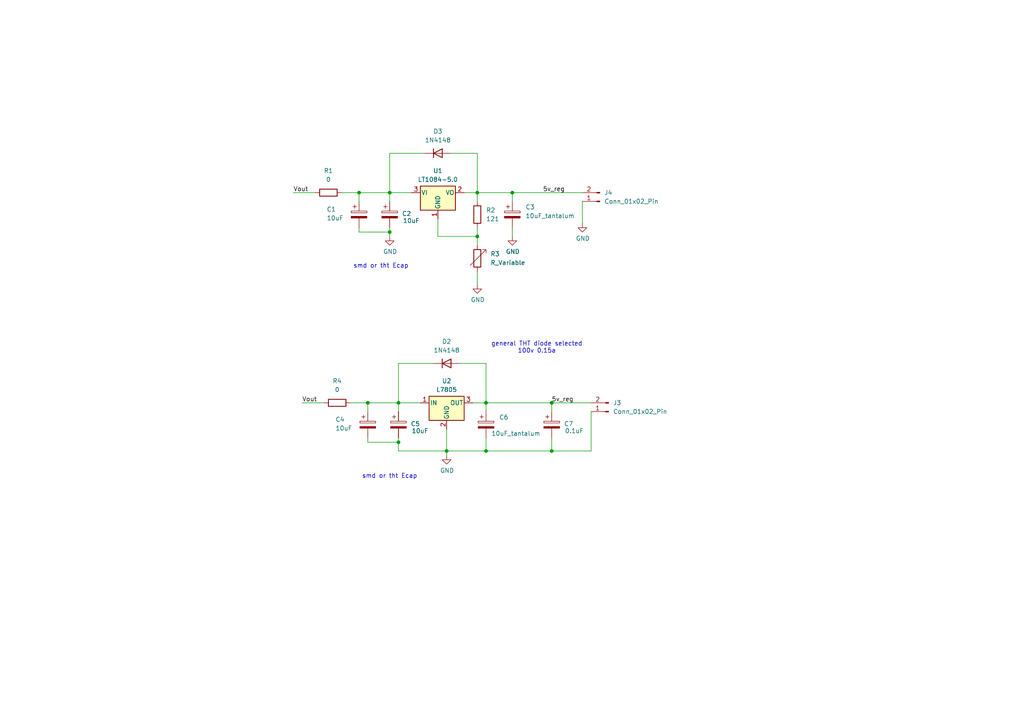
<source format=kicad_sch>
(kicad_sch (version 20250114) (generator "eeschema") (generator_version "9.0")
  (paper "A4")
  (lib_symbols
    (symbol "Connector:Conn_01x02_Pin" (pin_names (offset 1.016) (hide yes))
      (property "Reference" "J" (at 0 2.54 0))
      (property "Value" "Conn_01x02_Pin" (at 0 -5.08 0))
      (symbol "Conn_01x02_Pin_1_1"
        (rectangle (start 0.8636 0.127) (end 0 -0.127) (stroke (width 0.1524)) (fill (type outline)))
        (rectangle (start 0.8636 -2.413) (end 0 -2.667) (stroke (width 0.1524)) (fill (type outline)))
        (polyline (pts (xy 1.27 0) (xy 0.8636 0)) (stroke (width 0.1524)))
        (polyline (pts (xy 1.27 -2.54) (xy 0.8636 -2.54)) (stroke (width 0.1524)))
        (pin passive line (at 5.08 0 180) (length 3.81) (name "Pin_1") (number "1"))
        (pin passive line (at 5.08 -2.54 180) (length 3.81) (name "Pin_2") (number "2"))
      )
    )
    (symbol "Device:C_Polarized" (pin_numbers (hide yes)) (pin_names (offset 0.254))
      (property "Reference" "C" (at 0.635 2.54 0))
      (property "Value" "C_Polarized" (at 0.635 -2.54 0))
      (symbol "C_Polarized_0_1"
        (rectangle (start -2.286 0.508) (end 2.286 1.016))
        (polyline (pts (xy -1.778 2.286) (xy -0.762 2.286)))
        (polyline (pts (xy -1.27 2.794) (xy -1.27 1.778)))
        (rectangle (start 2.286 -0.508) (end -2.286 -1.016) (fill (type outline)))
      )
      (symbol "C_Polarized_1_1"
        (pin passive line (at 0 3.81 270) (length 2.794) (name "~") (number "1"))
        (pin passive line (at 0 -3.81 90) (length 2.794) (name "~") (number "2"))
      )
    )
    (symbol "Device:R" (pin_numbers (hide yes)) (pin_names (offset 0))
      (property "Reference" "R" (at 2.032 0 90))
      (property "Value" "R" (at 0 0 90))
      (symbol "R_0_1"
        (rectangle (start -1.016 -2.54) (end 1.016 2.54) (stroke (width 0.254)))
      )
      (symbol "R_1_1"
        (pin passive line (at 0 3.81 270) (length 1.27) (name "~") (number "1"))
        (pin passive line (at 0 -3.81 90) (length 1.27) (name "~") (number "2"))
      )
    )
    (symbol "Device:R_Variable" (pin_numbers (hide yes)) (pin_names (offset 0))
      (property "Reference" "R" (at 2.54 -2.54 90))
      (property "Value" "R_Variable" (at -2.54 -1.27 90))
      (symbol "R_Variable_0_1"
        (rectangle (start -1.016 -2.54) (end 1.016 2.54) (stroke (width 0.254)))
        (polyline (pts (xy 2.54 1.524) (xy 2.54 2.54) (xy 1.524 2.54) (xy 2.54 2.54) (xy -2.032 -2.032)))
      )
      (symbol "R_Variable_1_1"
        (pin passive line (at 0 3.81 270) (length 1.27) (name "~") (number "1"))
        (pin passive line (at 0 -3.81 90) (length 1.27) (name "~") (number "2"))
      )
    )
    (symbol "Diode:1N4148" (pin_numbers (hide yes)) (pin_names (hide yes))
      (property "Reference" "D" (at 0 2.54 0))
      (property "Value" "1N4148" (at 0 -2.54 0))
      (symbol "1N4148_0_1"
        (polyline (pts (xy -1.27 1.27) (xy -1.27 -1.27)) (stroke (width 0.254)))
        (polyline (pts (xy 1.27 1.27) (xy 1.27 -1.27) (xy -1.27 0) (xy 1.27 1.27)) (stroke (width 0.254)))
        (polyline (pts (xy 1.27 0) (xy -1.27 0)))
      )
      (symbol "1N4148_1_1"
        (pin passive line (at -3.81 0 0) (length 2.54) (name "K") (number "1"))
        (pin passive line (at 3.81 0 180) (length 2.54) (name "A") (number "2"))
      )
    )
    (symbol "Regulator_Linear:L7805" (pin_names (offset 0.254))
      (property "Reference" "U" (at -3.81 3.175 0))
      (property "Value" "L7805" (at 0 3.175 0))
      (symbol "L7805_0_1"
        (rectangle (start -5.08 1.905) (end 5.08 -5.08) (stroke (width 0.254)) (fill (type background)))
      )
      (symbol "L7805_1_1"
        (pin power_in line (at -7.62 0 0) (length 2.54) (name "IN") (number "1"))
        (pin power_in line (at 0 -7.62 90) (length 2.54) (name "GND") (number "2"))
        (pin power_out line (at 7.62 0 180) (length 2.54) (name "OUT") (number "3"))
      )
    )
    (symbol "Regulator_Linear:LT1084-5.0" (pin_names (offset 0.254))
      (property "Reference" "U" (at -3.81 3.175 0))
      (property "Value" "LT1084-5.0" (at 0 3.175 0))
      (symbol "LT1084-5.0_0_1"
        (rectangle (start -5.08 1.905) (end 5.08 -5.08) (stroke (width 0.254)) (fill (type background)))
      )
      (symbol "LT1084-5.0_1_1"
        (pin power_in line (at -7.62 0 0) (length 2.54) (name "VI") (number "3"))
        (pin power_in line (at 0 -7.62 90) (length 2.54) (name "GND") (number "1"))
        (pin power_out line (at 7.62 0 180) (length 2.54) (name "VO") (number "2"))
      )
    )
    (symbol "power:GND" (power) (pin_names (offset 0))
      (property "Value" "GND" (at 0 -3.81 0))
      (symbol "GND_0_1"
        (polyline (pts (xy 0 0) (xy 0 -1.27) (xy 1.27 -1.27) (xy 0 -2.54) (xy -1.27 -1.27) (xy 0 -1.27)))
      )
      (symbol "GND_1_1"
        (pin power_in line (at 0 0 270) (length 0) (hide yes) (name "GND") (number "1"))
      )
    )
  )
  (text "general THT diode selected\n100v 0.15a" (at 155.702 100.838 0) (effects (font (size 1.27 1.27))))
  (text "smd or tht Ecap" (at 110.49 77.216 0) (effects (font (size 1.27 1.27))))
  (text "smd or tht Ecap" (at 113.03 138.176 0) (effects (font (size 1.27 1.27))))
  (junction (at 160.02 130.81))
  (junction (at 140.97 116.84))
  (junction (at 138.43 55.88))
  (junction (at 115.57 116.84))
  (junction (at 115.57 128.27))
  (junction (at 104.14 55.88))
  (junction (at 148.59 55.88))
  (junction (at 129.54 130.81))
  (junction (at 140.97 130.81))
  (junction (at 113.03 55.88))
  (junction (at 160.02 116.84))
  (junction (at 138.43 68.58))
  (junction (at 106.68 116.84))
  (junction (at 113.03 67.31))
  (wire (pts (xy 115.57 116.84) (xy 121.92 116.84)))
  (wire (pts (xy 140.97 116.84) (xy 140.97 119.38)))
  (wire (pts (xy 127 63.5) (xy 127 68.58)))
  (wire (pts (xy 115.57 105.41) (xy 115.57 116.84)))
  (wire (pts (xy 129.54 124.46) (xy 129.54 130.81)))
  (wire (pts (xy 140.97 130.81) (xy 129.54 130.81)))
  (wire (pts (xy 160.02 116.84) (xy 160.02 119.38)))
  (wire (pts (xy 115.57 116.84) (xy 115.57 119.38)))
  (wire (pts (xy 138.43 55.88) (xy 148.59 55.88)))
  (wire (pts (xy 85.09 55.88) (xy 91.44 55.88)))
  (wire (pts (xy 104.14 55.88) (xy 113.03 55.88)))
  (wire (pts (xy 140.97 105.41) (xy 140.97 116.84)))
  (wire (pts (xy 140.97 116.84) (xy 160.02 116.84)))
  (wire (pts (xy 113.03 44.45) (xy 113.03 55.88)))
  (wire (pts (xy 130.81 44.45) (xy 138.43 44.45)))
  (wire (pts (xy 113.03 55.88) (xy 113.03 58.42)))
  (wire (pts (xy 140.97 127) (xy 140.97 130.81)))
  (wire (pts (xy 148.59 55.88) (xy 148.59 58.42)))
  (wire (pts (xy 115.57 128.27) (xy 115.57 130.81)))
  (wire (pts (xy 168.91 58.42) (xy 168.91 64.77)))
  (wire (pts (xy 104.14 66.04) (xy 104.14 67.31)))
  (wire (pts (xy 87.63 116.84) (xy 93.98 116.84)))
  (wire (pts (xy 160.02 116.84) (xy 171.45 116.84)))
  (wire (pts (xy 134.62 55.88) (xy 138.43 55.88)))
  (wire (pts (xy 140.97 130.81) (xy 160.02 130.81)))
  (wire (pts (xy 138.43 44.45) (xy 138.43 55.88)))
  (wire (pts (xy 101.6 116.84) (xy 106.68 116.84)))
  (wire (pts (xy 171.45 119.38) (xy 171.45 130.81)))
  (wire (pts (xy 113.03 66.04) (xy 113.03 67.31)))
  (wire (pts (xy 113.03 67.31) (xy 113.03 68.58)))
  (wire (pts (xy 99.06 55.88) (xy 104.14 55.88)))
  (wire (pts (xy 104.14 55.88) (xy 104.14 58.42)))
  (wire (pts (xy 138.43 55.88) (xy 138.43 58.42)))
  (wire (pts (xy 123.19 44.45) (xy 113.03 44.45)))
  (wire (pts (xy 138.43 68.58) (xy 138.43 71.12)))
  (wire (pts (xy 106.68 116.84) (xy 106.68 119.38)))
  (wire (pts (xy 138.43 66.04) (xy 138.43 68.58)))
  (wire (pts (xy 127 68.58) (xy 138.43 68.58)))
  (wire (pts (xy 125.73 105.41) (xy 115.57 105.41)))
  (wire (pts (xy 137.16 116.84) (xy 140.97 116.84)))
  (wire (pts (xy 106.68 116.84) (xy 115.57 116.84)))
  (wire (pts (xy 106.68 128.27) (xy 115.57 128.27)))
  (wire (pts (xy 148.59 66.04) (xy 148.59 68.58)))
  (wire (pts (xy 115.57 130.81) (xy 129.54 130.81)))
  (wire (pts (xy 133.35 105.41) (xy 140.97 105.41)))
  (wire (pts (xy 113.03 55.88) (xy 119.38 55.88)))
  (wire (pts (xy 129.54 130.81) (xy 129.54 132.08)))
  (wire (pts (xy 148.59 55.88) (xy 168.91 55.88)))
  (wire (pts (xy 171.45 130.81) (xy 160.02 130.81)))
  (wire (pts (xy 160.02 127) (xy 160.02 130.81)))
  (wire (pts (xy 104.14 67.31) (xy 113.03 67.31)))
  (wire (pts (xy 115.57 127) (xy 115.57 128.27)))
  (wire (pts (xy 138.43 78.74) (xy 138.43 82.55)))
  (wire (pts (xy 106.68 127) (xy 106.68 128.27)))
  (label "5v_reg" (at 166.37 116.84 180))
  (label "Vout" (at 85.09 55.88 0))
  (label "5v_reg" (at 163.83 55.88 180))
  (label "Vout" (at 87.63 116.84 0))
  (symbol (lib_id "Device:R") (at 138.43 62.23 0) (unit 1)
    (property "Reference" "R2" (at 140.97 60.9599 0) (effects (justify left)))
    (property "Value" "121" (at 140.97 63.4999 0) (effects (justify left)))
    (property "Footprint" "Resistor_SMD:R_0603_1608Metric_Pad0.98x0.95mm_HandSolder" (effects (hide yes)))
    (property "Description" "Resistor" (effects (hide yes)))
  )
  (symbol (lib_id "Connector:Conn_01x02_Pin") (at 176.53 119.38 180) (unit 1)
    (property "Reference" "J3" (at 177.8 116.8399 0) (effects (justify right)))
    (property "Value" "Conn_01x02_Pin" (at 177.8 119.3799 0) (effects (justify right)))
    (property "Footprint" "Connector_PinHeader_2.54mm:PinHeader_1x02_P2.54mm_Vertical" (effects (hide yes)))
    (property "Description" "Generic connector, single row, 01x02, script generated" (effects (hide yes)))
  )
  (symbol (lib_id "Regulator_Linear:L7805") (at 129.54 116.84 0) (unit 1)
    (property "Reference" "U2" (at 129.54 110.49 0))
    (property "Value" "L7805" (at 129.54 113.03 0))
    (property "Footprint" "Package_TO_SOT_THT:TO-220-3_Horizontal_TabDown" (effects (hide yes)))
    (property "Datasheet" "http://www.st.com/content/ccc/resource/technical/document/datasheet/41/4f/b3/b0/12/d4/47/88/CD00000444.pdf/files/CD00000444.pdf/jcr:content/translations/en.CD00000444.pdf" (effects (hide yes)))
    (property "Description" "Positive 1.5A 35V Linear Regulator, Fixed Output 5V, TO-220/TO-263/TO-252" (effects (hide yes)))
  )
  (symbol (lib_id "power:GND") (at 148.59 68.58 0) (unit 1)
    (property "Reference" "#PWR05" (effects (hide yes)))
    (property "Value" "GND" (at 148.717 72.9742 0))
  )
  (symbol (lib_id "Device:C_Polarized") (at 115.57 123.19 0) (unit 1)
    (property "Reference" "C5" (at 119.126 122.936 0) (effects (justify left)))
    (property "Value" "10uF" (at 119.38 124.968 0) (effects (justify left)))
    (property "Footprint" "Capacitor_THT:CP_Radial_D5.0mm_P2.00mm" (effects (hide yes)))
    (property "Description" "Polarized capacitor" (effects (hide yes)))
  )
  (symbol (lib_id "power:GND") (at 138.43 82.55 0) (unit 1)
    (property "Reference" "#PWR04" (effects (hide yes)))
    (property "Value" "GND" (at 138.557 86.9442 0))
  )
  (symbol (lib_id "Device:R_Variable") (at 138.43 74.93 0) (unit 1)
    (property "Reference" "R3" (at 142.24 73.6599 0) (effects (justify left)))
    (property "Value" "R_Variable" (at 142.24 76.1999 0) (effects (justify left)))
    (property "Footprint" "Potentiometer_SMD:Potentiometer_Bourns_3314G_Vertical" (effects (hide yes)))
    (property "Datasheet" "3314G-1-501E" (effects (hide yes)))
    (property "Description" "Variable resistor" (effects (hide yes)))
  )
  (symbol (lib_id "Device:R") (at 95.25 55.88 90) (unit 1)
    (property "Reference" "R1" (at 95.25 49.53 90))
    (property "Value" "0" (at 95.25 52.07 90))
    (property "Footprint" "Resistor_SMD:R_0603_1608Metric_Pad0.98x0.95mm_HandSolder" (effects (hide yes)))
    (property "Description" "Resistor" (effects (hide yes)))
  )
  (symbol (lib_id "Device:R") (at 97.79 116.84 90) (unit 1)
    (property "Reference" "R4" (at 97.79 110.49 90))
    (property "Value" "0" (at 97.79 113.03 90))
    (property "Footprint" "Resistor_SMD:R_0603_1608Metric_Pad0.98x0.95mm_HandSolder" (effects (hide yes)))
    (property "Description" "Resistor" (effects (hide yes)))
  )
  (symbol (lib_id "Device:C_Polarized") (at 104.14 62.23 0) (unit 1)
    (property "Reference" "C1" (at 94.742 60.706 0) (effects (justify left)))
    (property "Value" "10uF" (at 94.742 63.246 0) (effects (justify left)))
    (property "Footprint" "Capacitor_SMD:CP_Elec_4x5.8" (effects (hide yes)))
    (property "Datasheet" "EEE-HAE100WAR" (effects (hide yes)))
    (property "Description" "Polarized capacitor" (effects (hide yes)))
  )
  (symbol (lib_id "power:GND") (at 113.03 68.58 0) (unit 1)
    (property "Reference" "#PWR03" (effects (hide yes)))
    (property "Value" "GND" (at 113.157 72.9742 0))
  )
  (symbol (lib_id "Device:C_Polarized") (at 106.68 123.19 0) (unit 1)
    (property "Reference" "C4" (at 97.282 121.666 0) (effects (justify left)))
    (property "Value" "10uF" (at 97.282 124.206 0) (effects (justify left)))
    (property "Footprint" "Capacitor_SMD:CP_Elec_4x5.8" (effects (hide yes)))
    (property "Datasheet" "EEE-HAE100WAR" (effects (hide yes)))
    (property "Description" "Polarized capacitor" (effects (hide yes)))
  )
  (symbol (lib_id "Device:C_Polarized") (at 113.03 62.23 0) (unit 1)
    (property "Reference" "C2" (at 116.586 61.976 0) (effects (justify left)))
    (property "Value" "10uF" (at 116.84 64.008 0) (effects (justify left)))
    (property "Footprint" "Capacitor_THT:CP_Radial_D5.0mm_P2.00mm" (effects (hide yes)))
    (property "Description" "Polarized capacitor" (effects (hide yes)))
  )
  (symbol (lib_id "Device:C_Polarized") (at 140.97 123.19 0) (unit 1)
    (property "Reference" "C6" (at 144.78 121.0309 0) (effects (justify left)))
    (property "Value" "10uF_tantalum" (at 142.494 125.73 0) (effects (justify left)))
    (property "Footprint" "Capacitor_Tantalum_SMD:CP_EIA-3528-12_Kemet-T_HandSolder" (effects (hide yes)))
    (property "Datasheet" "TRJB106K020RRJ" (effects (hide yes)))
    (property "Description" "Polarized capacitor" (effects (hide yes)))
  )
  (symbol (lib_id "Diode:1N4148") (at 129.54 105.41 0) (unit 1)
    (property "Reference" "D2" (at 129.54 99.06 0))
    (property "Value" "1N4148" (at 129.54 101.6 0))
    (property "Footprint" "Diode_THT:D_DO-35_SOD27_P7.62mm_Horizontal" (effects (hide yes)))
    (property "Datasheet" "https://assets.nexperia.com/documents/data-sheet/1N4148_1N4448.pdf" (effects (hide yes)))
    (property "Description" "100V 0.15A standard switching diode, DO-35" (effects (hide yes)))
    (property "Sim.Device" "D" (effects (hide yes)))
    (property "Sim.Pins" "1=K 2=A" (effects (hide yes)))
  )
  (symbol (lib_id "power:GND") (at 129.54 132.08 0) (unit 1)
    (property "Reference" "#PWR014" (effects (hide yes)))
    (property "Value" "GND" (at 129.667 136.4742 0))
  )
  (symbol (lib_id "Device:C_Polarized") (at 148.59 62.23 0) (unit 1)
    (property "Reference" "C3" (at 152.4 60.0709 0) (effects (justify left)))
    (property "Value" "10uF_tantalum" (at 152.4 62.6109 0) (effects (justify left)))
    (property "Footprint" "Capacitor_Tantalum_SMD:CP_EIA-3528-12_Kemet-T_HandSolder" (effects (hide yes)))
    (property "Datasheet" "TRJB106K020RRJ" (effects (hide yes)))
    (property "Description" "Polarized capacitor" (effects (hide yes)))
  )
  (symbol (lib_id "Device:C_Polarized") (at 160.02 123.19 0) (unit 1)
    (property "Reference" "C7" (at 163.576 122.936 0) (effects (justify left)))
    (property "Value" "0.1uF" (at 163.83 124.968 0) (effects (justify left)))
    (property "Footprint" "Capacitor_THT:CP_Radial_D5.0mm_P2.00mm" (effects (hide yes)))
    (property "Description" "Polarized capacitor" (effects (hide yes)))
  )
  (symbol (lib_id "power:GND") (at 168.91 64.77 0) (unit 1)
    (property "Reference" "#PWR06" (effects (hide yes)))
    (property "Value" "GND" (at 169.037 69.1642 0))
  )
  (symbol (lib_id "Regulator_Linear:LT1084-5.0") (at 127 55.88 0) (unit 1)
    (property "Reference" "U1" (at 127 49.53 0))
    (property "Value" "LT1084-5.0" (at 127 52.07 0))
    (property "Footprint" "Package_TO_SOT_THT:TO-220-3_Horizontal_TabDown" (effects (hide yes)))
    (property "Datasheet" "https://www.analog.com/media/en/technical-documentation/data-sheets/1083ffe.pdf" (effects (hide yes)))
    (property "Description" "5.0A 20V LDO Linear Regulator, Fixed Output 5.V, TO-220/TO-263" (effects (hide yes)))
  )
  (symbol (lib_id "Connector:Conn_01x02_Pin") (at 173.99 58.42 180) (unit 1)
    (property "Reference" "J4" (at 175.26 55.8799 0) (effects (justify right)))
    (property "Value" "Conn_01x02_Pin" (at 175.26 58.4199 0) (effects (justify right)))
    (property "Footprint" "Connector_PinHeader_2.54mm:PinHeader_1x02_P2.54mm_Vertical" (effects (hide yes)))
    (property "Description" "Generic connector, single row, 01x02, script generated" (effects (hide yes)))
  )
  (symbol (lib_id "Diode:1N4148") (at 127 44.45 0) (unit 1)
    (property "Reference" "D3" (at 127 38.1 0))
    (property "Value" "1N4148" (at 127 40.64 0))
    (property "Footprint" "Diode_THT:D_DO-35_SOD27_P7.62mm_Horizontal" (effects (hide yes)))
    (property "Datasheet" "https://assets.nexperia.com/documents/data-sheet/1N4148_1N4448.pdf" (effects (hide yes)))
    (property "Description" "100V 0.15A standard switching diode, DO-35" (effects (hide yes)))
    (property "Sim.Device" "D" (effects (hide yes)))
    (property "Sim.Pins" "1=K 2=A" (effects (hide yes)))
  )
)
</source>
